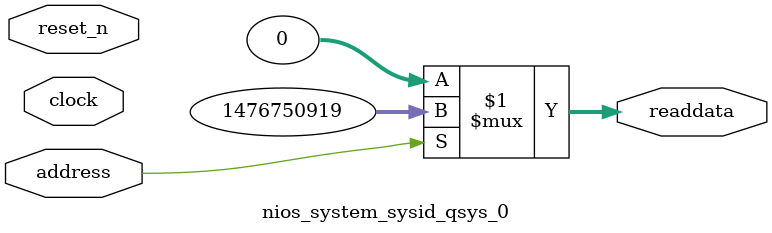
<source format=v>

`timescale 1ns / 1ps
// synthesis translate_on

// turn off superfluous verilog processor warnings 
// altera message_level Level1 
// altera message_off 10034 10035 10036 10037 10230 10240 10030 

module nios_system_sysid_qsys_0 (
               // inputs:
                address,
                clock,
                reset_n,

               // outputs:
                readdata
             )
;

  output  [ 31: 0] readdata;
  input            address;
  input            clock;
  input            reset_n;

  wire    [ 31: 0] readdata;
  //control_slave, which is an e_avalon_slave
  assign readdata = address ? 1476750919 : 0;

endmodule




</source>
